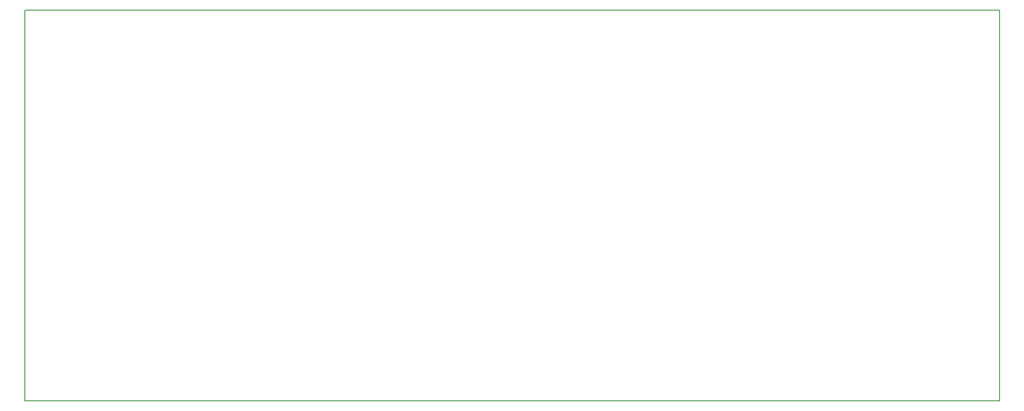
<source format=gbr>
G04 #@! TF.FileFunction,Profile,NP*
%FSLAX46Y46*%
G04 Gerber Fmt 4.6, Leading zero omitted, Abs format (unit mm)*
G04 Created by KiCad (PCBNEW 4.0.7) date 01/03/18 18:17:07*
%MOMM*%
%LPD*%
G01*
G04 APERTURE LIST*
%ADD10C,0.100000*%
%ADD11C,0.150000*%
G04 APERTURE END LIST*
D10*
D11*
X242570000Y-44450000D02*
X242570000Y-45212000D01*
X56642000Y-44450000D02*
X242570000Y-44450000D01*
X56642000Y-45212000D02*
X56642000Y-44450000D01*
X242570000Y-45212000D02*
X242570000Y-46990000D01*
X56642000Y-46990000D02*
X56642000Y-45212000D01*
X242570000Y-46990000D02*
X242570000Y-119126000D01*
X56642000Y-119126000D02*
X56642000Y-46990000D01*
X242570000Y-119126000D02*
X56642000Y-119126000D01*
M02*

</source>
